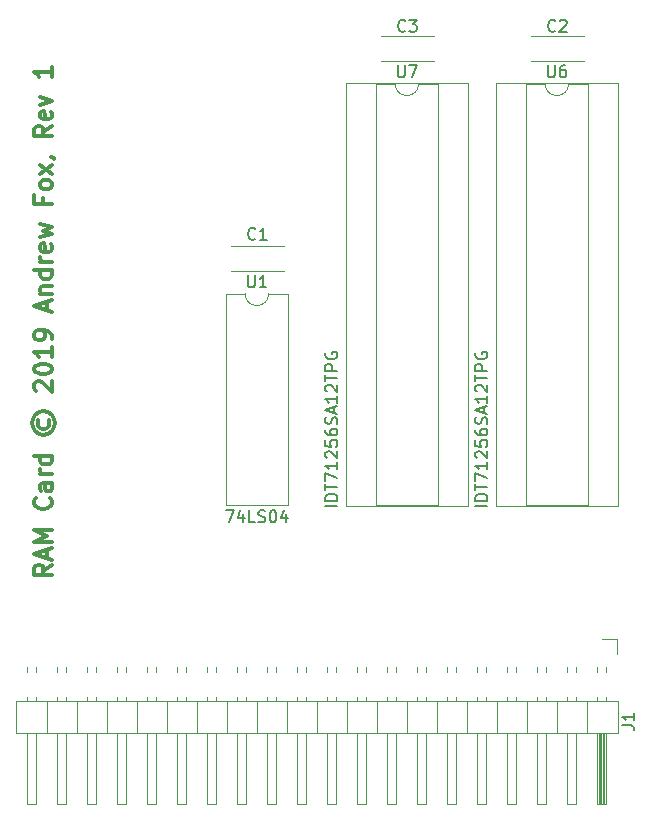
<source format=gbr>
G04 #@! TF.GenerationSoftware,KiCad,Pcbnew,(5.1.0-0)*
G04 #@! TF.CreationDate,2019-10-09T20:03:15-07:00*
G04 #@! TF.ProjectId,RAMCard,52414d43-6172-4642-9e6b-696361645f70,rev?*
G04 #@! TF.SameCoordinates,Original*
G04 #@! TF.FileFunction,Legend,Top*
G04 #@! TF.FilePolarity,Positive*
%FSLAX46Y46*%
G04 Gerber Fmt 4.6, Leading zero omitted, Abs format (unit mm)*
G04 Created by KiCad (PCBNEW (5.1.0-0)) date 2019-10-09 20:03:15*
%MOMM*%
%LPD*%
G04 APERTURE LIST*
%ADD10C,0.300000*%
%ADD11C,0.120000*%
%ADD12C,0.150000*%
G04 APERTURE END LIST*
D10*
X103294571Y-100363142D02*
X102580285Y-100863142D01*
X103294571Y-101220285D02*
X101794571Y-101220285D01*
X101794571Y-100648857D01*
X101866000Y-100506000D01*
X101937428Y-100434571D01*
X102080285Y-100363142D01*
X102294571Y-100363142D01*
X102437428Y-100434571D01*
X102508857Y-100506000D01*
X102580285Y-100648857D01*
X102580285Y-101220285D01*
X102866000Y-99791714D02*
X102866000Y-99077428D01*
X103294571Y-99934571D02*
X101794571Y-99434571D01*
X103294571Y-98934571D01*
X103294571Y-98434571D02*
X101794571Y-98434571D01*
X102866000Y-97934571D01*
X101794571Y-97434571D01*
X103294571Y-97434571D01*
X103151714Y-94720285D02*
X103223142Y-94791714D01*
X103294571Y-95006000D01*
X103294571Y-95148857D01*
X103223142Y-95363142D01*
X103080285Y-95506000D01*
X102937428Y-95577428D01*
X102651714Y-95648857D01*
X102437428Y-95648857D01*
X102151714Y-95577428D01*
X102008857Y-95506000D01*
X101866000Y-95363142D01*
X101794571Y-95148857D01*
X101794571Y-95006000D01*
X101866000Y-94791714D01*
X101937428Y-94720285D01*
X103294571Y-93434571D02*
X102508857Y-93434571D01*
X102366000Y-93506000D01*
X102294571Y-93648857D01*
X102294571Y-93934571D01*
X102366000Y-94077428D01*
X103223142Y-93434571D02*
X103294571Y-93577428D01*
X103294571Y-93934571D01*
X103223142Y-94077428D01*
X103080285Y-94148857D01*
X102937428Y-94148857D01*
X102794571Y-94077428D01*
X102723142Y-93934571D01*
X102723142Y-93577428D01*
X102651714Y-93434571D01*
X103294571Y-92720285D02*
X102294571Y-92720285D01*
X102580285Y-92720285D02*
X102437428Y-92648857D01*
X102366000Y-92577428D01*
X102294571Y-92434571D01*
X102294571Y-92291714D01*
X103294571Y-91148857D02*
X101794571Y-91148857D01*
X103223142Y-91148857D02*
X103294571Y-91291714D01*
X103294571Y-91577428D01*
X103223142Y-91720285D01*
X103151714Y-91791714D01*
X103008857Y-91863142D01*
X102580285Y-91863142D01*
X102437428Y-91791714D01*
X102366000Y-91720285D01*
X102294571Y-91577428D01*
X102294571Y-91291714D01*
X102366000Y-91148857D01*
X102151714Y-88077428D02*
X102080285Y-88220285D01*
X102080285Y-88506000D01*
X102151714Y-88648857D01*
X102294571Y-88791714D01*
X102437428Y-88863142D01*
X102723142Y-88863142D01*
X102866000Y-88791714D01*
X103008857Y-88648857D01*
X103080285Y-88506000D01*
X103080285Y-88220285D01*
X103008857Y-88077428D01*
X101580285Y-88363142D02*
X101651714Y-88720285D01*
X101866000Y-89077428D01*
X102223142Y-89291714D01*
X102580285Y-89363142D01*
X102937428Y-89291714D01*
X103294571Y-89077428D01*
X103508857Y-88720285D01*
X103580285Y-88363142D01*
X103508857Y-88006000D01*
X103294571Y-87648857D01*
X102937428Y-87434571D01*
X102580285Y-87363142D01*
X102223142Y-87434571D01*
X101866000Y-87648857D01*
X101651714Y-88006000D01*
X101580285Y-88363142D01*
X101937428Y-85648857D02*
X101866000Y-85577428D01*
X101794571Y-85434571D01*
X101794571Y-85077428D01*
X101866000Y-84934571D01*
X101937428Y-84863142D01*
X102080285Y-84791714D01*
X102223142Y-84791714D01*
X102437428Y-84863142D01*
X103294571Y-85720285D01*
X103294571Y-84791714D01*
X101794571Y-83863142D02*
X101794571Y-83720285D01*
X101866000Y-83577428D01*
X101937428Y-83506000D01*
X102080285Y-83434571D01*
X102366000Y-83363142D01*
X102723142Y-83363142D01*
X103008857Y-83434571D01*
X103151714Y-83506000D01*
X103223142Y-83577428D01*
X103294571Y-83720285D01*
X103294571Y-83863142D01*
X103223142Y-84006000D01*
X103151714Y-84077428D01*
X103008857Y-84148857D01*
X102723142Y-84220285D01*
X102366000Y-84220285D01*
X102080285Y-84148857D01*
X101937428Y-84077428D01*
X101866000Y-84006000D01*
X101794571Y-83863142D01*
X103294571Y-81934571D02*
X103294571Y-82791714D01*
X103294571Y-82363142D02*
X101794571Y-82363142D01*
X102008857Y-82506000D01*
X102151714Y-82648857D01*
X102223142Y-82791714D01*
X103294571Y-81220285D02*
X103294571Y-80934571D01*
X103223142Y-80791714D01*
X103151714Y-80720285D01*
X102937428Y-80577428D01*
X102651714Y-80506000D01*
X102080285Y-80506000D01*
X101937428Y-80577428D01*
X101866000Y-80648857D01*
X101794571Y-80791714D01*
X101794571Y-81077428D01*
X101866000Y-81220285D01*
X101937428Y-81291714D01*
X102080285Y-81363142D01*
X102437428Y-81363142D01*
X102580285Y-81291714D01*
X102651714Y-81220285D01*
X102723142Y-81077428D01*
X102723142Y-80791714D01*
X102651714Y-80648857D01*
X102580285Y-80577428D01*
X102437428Y-80506000D01*
X102866000Y-78791714D02*
X102866000Y-78077428D01*
X103294571Y-78934571D02*
X101794571Y-78434571D01*
X103294571Y-77934571D01*
X102294571Y-77434571D02*
X103294571Y-77434571D01*
X102437428Y-77434571D02*
X102366000Y-77363142D01*
X102294571Y-77220285D01*
X102294571Y-77006000D01*
X102366000Y-76863142D01*
X102508857Y-76791714D01*
X103294571Y-76791714D01*
X103294571Y-75434571D02*
X101794571Y-75434571D01*
X103223142Y-75434571D02*
X103294571Y-75577428D01*
X103294571Y-75863142D01*
X103223142Y-76006000D01*
X103151714Y-76077428D01*
X103008857Y-76148857D01*
X102580285Y-76148857D01*
X102437428Y-76077428D01*
X102366000Y-76006000D01*
X102294571Y-75863142D01*
X102294571Y-75577428D01*
X102366000Y-75434571D01*
X103294571Y-74720285D02*
X102294571Y-74720285D01*
X102580285Y-74720285D02*
X102437428Y-74648857D01*
X102366000Y-74577428D01*
X102294571Y-74434571D01*
X102294571Y-74291714D01*
X103223142Y-73220285D02*
X103294571Y-73363142D01*
X103294571Y-73648857D01*
X103223142Y-73791714D01*
X103080285Y-73863142D01*
X102508857Y-73863142D01*
X102366000Y-73791714D01*
X102294571Y-73648857D01*
X102294571Y-73363142D01*
X102366000Y-73220285D01*
X102508857Y-73148857D01*
X102651714Y-73148857D01*
X102794571Y-73863142D01*
X102294571Y-72648857D02*
X103294571Y-72363142D01*
X102580285Y-72077428D01*
X103294571Y-71791714D01*
X102294571Y-71506000D01*
X102508857Y-69291714D02*
X102508857Y-69791714D01*
X103294571Y-69791714D02*
X101794571Y-69791714D01*
X101794571Y-69077428D01*
X103294571Y-68291714D02*
X103223142Y-68434571D01*
X103151714Y-68506000D01*
X103008857Y-68577428D01*
X102580285Y-68577428D01*
X102437428Y-68506000D01*
X102366000Y-68434571D01*
X102294571Y-68291714D01*
X102294571Y-68077428D01*
X102366000Y-67934571D01*
X102437428Y-67863142D01*
X102580285Y-67791714D01*
X103008857Y-67791714D01*
X103151714Y-67863142D01*
X103223142Y-67934571D01*
X103294571Y-68077428D01*
X103294571Y-68291714D01*
X103294571Y-67291714D02*
X102294571Y-66506000D01*
X102294571Y-67291714D02*
X103294571Y-66506000D01*
X103223142Y-65863142D02*
X103294571Y-65863142D01*
X103437428Y-65934571D01*
X103508857Y-66006000D01*
X103294571Y-63220285D02*
X102580285Y-63720285D01*
X103294571Y-64077428D02*
X101794571Y-64077428D01*
X101794571Y-63506000D01*
X101866000Y-63363142D01*
X101937428Y-63291714D01*
X102080285Y-63220285D01*
X102294571Y-63220285D01*
X102437428Y-63291714D01*
X102508857Y-63363142D01*
X102580285Y-63506000D01*
X102580285Y-64077428D01*
X103223142Y-62006000D02*
X103294571Y-62148857D01*
X103294571Y-62434571D01*
X103223142Y-62577428D01*
X103080285Y-62648857D01*
X102508857Y-62648857D01*
X102366000Y-62577428D01*
X102294571Y-62434571D01*
X102294571Y-62148857D01*
X102366000Y-62006000D01*
X102508857Y-61934571D01*
X102651714Y-61934571D01*
X102794571Y-62648857D01*
X102294571Y-61434571D02*
X103294571Y-61077428D01*
X102294571Y-60720285D01*
X103294571Y-58220285D02*
X103294571Y-59077428D01*
X103294571Y-58648857D02*
X101794571Y-58648857D01*
X102008857Y-58791714D01*
X102151714Y-58934571D01*
X102223142Y-59077428D01*
D11*
X151130000Y-106680000D02*
X151130000Y-107950000D01*
X149860000Y-106680000D02*
X151130000Y-106680000D01*
X101220000Y-108992929D02*
X101220000Y-109447071D01*
X101980000Y-108992929D02*
X101980000Y-109447071D01*
X101220000Y-111532929D02*
X101220000Y-111930000D01*
X101980000Y-111532929D02*
X101980000Y-111930000D01*
X101220000Y-120590000D02*
X101220000Y-114590000D01*
X101980000Y-120590000D02*
X101220000Y-120590000D01*
X101980000Y-114590000D02*
X101980000Y-120590000D01*
X102870000Y-111930000D02*
X102870000Y-114590000D01*
X103760000Y-108992929D02*
X103760000Y-109447071D01*
X104520000Y-108992929D02*
X104520000Y-109447071D01*
X103760000Y-111532929D02*
X103760000Y-111930000D01*
X104520000Y-111532929D02*
X104520000Y-111930000D01*
X103760000Y-120590000D02*
X103760000Y-114590000D01*
X104520000Y-120590000D02*
X103760000Y-120590000D01*
X104520000Y-114590000D02*
X104520000Y-120590000D01*
X105410000Y-111930000D02*
X105410000Y-114590000D01*
X106300000Y-108992929D02*
X106300000Y-109447071D01*
X107060000Y-108992929D02*
X107060000Y-109447071D01*
X106300000Y-111532929D02*
X106300000Y-111930000D01*
X107060000Y-111532929D02*
X107060000Y-111930000D01*
X106300000Y-120590000D02*
X106300000Y-114590000D01*
X107060000Y-120590000D02*
X106300000Y-120590000D01*
X107060000Y-114590000D02*
X107060000Y-120590000D01*
X107950000Y-111930000D02*
X107950000Y-114590000D01*
X108840000Y-108992929D02*
X108840000Y-109447071D01*
X109600000Y-108992929D02*
X109600000Y-109447071D01*
X108840000Y-111532929D02*
X108840000Y-111930000D01*
X109600000Y-111532929D02*
X109600000Y-111930000D01*
X108840000Y-120590000D02*
X108840000Y-114590000D01*
X109600000Y-120590000D02*
X108840000Y-120590000D01*
X109600000Y-114590000D02*
X109600000Y-120590000D01*
X110490000Y-111930000D02*
X110490000Y-114590000D01*
X111380000Y-108992929D02*
X111380000Y-109447071D01*
X112140000Y-108992929D02*
X112140000Y-109447071D01*
X111380000Y-111532929D02*
X111380000Y-111930000D01*
X112140000Y-111532929D02*
X112140000Y-111930000D01*
X111380000Y-120590000D02*
X111380000Y-114590000D01*
X112140000Y-120590000D02*
X111380000Y-120590000D01*
X112140000Y-114590000D02*
X112140000Y-120590000D01*
X113030000Y-111930000D02*
X113030000Y-114590000D01*
X113920000Y-108992929D02*
X113920000Y-109447071D01*
X114680000Y-108992929D02*
X114680000Y-109447071D01*
X113920000Y-111532929D02*
X113920000Y-111930000D01*
X114680000Y-111532929D02*
X114680000Y-111930000D01*
X113920000Y-120590000D02*
X113920000Y-114590000D01*
X114680000Y-120590000D02*
X113920000Y-120590000D01*
X114680000Y-114590000D02*
X114680000Y-120590000D01*
X115570000Y-111930000D02*
X115570000Y-114590000D01*
X116460000Y-108992929D02*
X116460000Y-109447071D01*
X117220000Y-108992929D02*
X117220000Y-109447071D01*
X116460000Y-111532929D02*
X116460000Y-111930000D01*
X117220000Y-111532929D02*
X117220000Y-111930000D01*
X116460000Y-120590000D02*
X116460000Y-114590000D01*
X117220000Y-120590000D02*
X116460000Y-120590000D01*
X117220000Y-114590000D02*
X117220000Y-120590000D01*
X118110000Y-111930000D02*
X118110000Y-114590000D01*
X119000000Y-108992929D02*
X119000000Y-109447071D01*
X119760000Y-108992929D02*
X119760000Y-109447071D01*
X119000000Y-111532929D02*
X119000000Y-111930000D01*
X119760000Y-111532929D02*
X119760000Y-111930000D01*
X119000000Y-120590000D02*
X119000000Y-114590000D01*
X119760000Y-120590000D02*
X119000000Y-120590000D01*
X119760000Y-114590000D02*
X119760000Y-120590000D01*
X120650000Y-111930000D02*
X120650000Y-114590000D01*
X121540000Y-108992929D02*
X121540000Y-109447071D01*
X122300000Y-108992929D02*
X122300000Y-109447071D01*
X121540000Y-111532929D02*
X121540000Y-111930000D01*
X122300000Y-111532929D02*
X122300000Y-111930000D01*
X121540000Y-120590000D02*
X121540000Y-114590000D01*
X122300000Y-120590000D02*
X121540000Y-120590000D01*
X122300000Y-114590000D02*
X122300000Y-120590000D01*
X123190000Y-111930000D02*
X123190000Y-114590000D01*
X124080000Y-108992929D02*
X124080000Y-109447071D01*
X124840000Y-108992929D02*
X124840000Y-109447071D01*
X124080000Y-111532929D02*
X124080000Y-111930000D01*
X124840000Y-111532929D02*
X124840000Y-111930000D01*
X124080000Y-120590000D02*
X124080000Y-114590000D01*
X124840000Y-120590000D02*
X124080000Y-120590000D01*
X124840000Y-114590000D02*
X124840000Y-120590000D01*
X125730000Y-111930000D02*
X125730000Y-114590000D01*
X126620000Y-108992929D02*
X126620000Y-109447071D01*
X127380000Y-108992929D02*
X127380000Y-109447071D01*
X126620000Y-111532929D02*
X126620000Y-111930000D01*
X127380000Y-111532929D02*
X127380000Y-111930000D01*
X126620000Y-120590000D02*
X126620000Y-114590000D01*
X127380000Y-120590000D02*
X126620000Y-120590000D01*
X127380000Y-114590000D02*
X127380000Y-120590000D01*
X128270000Y-111930000D02*
X128270000Y-114590000D01*
X129160000Y-108992929D02*
X129160000Y-109447071D01*
X129920000Y-108992929D02*
X129920000Y-109447071D01*
X129160000Y-111532929D02*
X129160000Y-111930000D01*
X129920000Y-111532929D02*
X129920000Y-111930000D01*
X129160000Y-120590000D02*
X129160000Y-114590000D01*
X129920000Y-120590000D02*
X129160000Y-120590000D01*
X129920000Y-114590000D02*
X129920000Y-120590000D01*
X130810000Y-111930000D02*
X130810000Y-114590000D01*
X131700000Y-108992929D02*
X131700000Y-109447071D01*
X132460000Y-108992929D02*
X132460000Y-109447071D01*
X131700000Y-111532929D02*
X131700000Y-111930000D01*
X132460000Y-111532929D02*
X132460000Y-111930000D01*
X131700000Y-120590000D02*
X131700000Y-114590000D01*
X132460000Y-120590000D02*
X131700000Y-120590000D01*
X132460000Y-114590000D02*
X132460000Y-120590000D01*
X133350000Y-111930000D02*
X133350000Y-114590000D01*
X134240000Y-108992929D02*
X134240000Y-109447071D01*
X135000000Y-108992929D02*
X135000000Y-109447071D01*
X134240000Y-111532929D02*
X134240000Y-111930000D01*
X135000000Y-111532929D02*
X135000000Y-111930000D01*
X134240000Y-120590000D02*
X134240000Y-114590000D01*
X135000000Y-120590000D02*
X134240000Y-120590000D01*
X135000000Y-114590000D02*
X135000000Y-120590000D01*
X135890000Y-111930000D02*
X135890000Y-114590000D01*
X136780000Y-108992929D02*
X136780000Y-109447071D01*
X137540000Y-108992929D02*
X137540000Y-109447071D01*
X136780000Y-111532929D02*
X136780000Y-111930000D01*
X137540000Y-111532929D02*
X137540000Y-111930000D01*
X136780000Y-120590000D02*
X136780000Y-114590000D01*
X137540000Y-120590000D02*
X136780000Y-120590000D01*
X137540000Y-114590000D02*
X137540000Y-120590000D01*
X138430000Y-111930000D02*
X138430000Y-114590000D01*
X139320000Y-108992929D02*
X139320000Y-109447071D01*
X140080000Y-108992929D02*
X140080000Y-109447071D01*
X139320000Y-111532929D02*
X139320000Y-111930000D01*
X140080000Y-111532929D02*
X140080000Y-111930000D01*
X139320000Y-120590000D02*
X139320000Y-114590000D01*
X140080000Y-120590000D02*
X139320000Y-120590000D01*
X140080000Y-114590000D02*
X140080000Y-120590000D01*
X140970000Y-111930000D02*
X140970000Y-114590000D01*
X141860000Y-108992929D02*
X141860000Y-109447071D01*
X142620000Y-108992929D02*
X142620000Y-109447071D01*
X141860000Y-111532929D02*
X141860000Y-111930000D01*
X142620000Y-111532929D02*
X142620000Y-111930000D01*
X141860000Y-120590000D02*
X141860000Y-114590000D01*
X142620000Y-120590000D02*
X141860000Y-120590000D01*
X142620000Y-114590000D02*
X142620000Y-120590000D01*
X143510000Y-111930000D02*
X143510000Y-114590000D01*
X144400000Y-108992929D02*
X144400000Y-109447071D01*
X145160000Y-108992929D02*
X145160000Y-109447071D01*
X144400000Y-111532929D02*
X144400000Y-111930000D01*
X145160000Y-111532929D02*
X145160000Y-111930000D01*
X144400000Y-120590000D02*
X144400000Y-114590000D01*
X145160000Y-120590000D02*
X144400000Y-120590000D01*
X145160000Y-114590000D02*
X145160000Y-120590000D01*
X146050000Y-111930000D02*
X146050000Y-114590000D01*
X146940000Y-108992929D02*
X146940000Y-109447071D01*
X147700000Y-108992929D02*
X147700000Y-109447071D01*
X146940000Y-111532929D02*
X146940000Y-111930000D01*
X147700000Y-111532929D02*
X147700000Y-111930000D01*
X146940000Y-120590000D02*
X146940000Y-114590000D01*
X147700000Y-120590000D02*
X146940000Y-120590000D01*
X147700000Y-114590000D02*
X147700000Y-120590000D01*
X148590000Y-111930000D02*
X148590000Y-114590000D01*
X149480000Y-109060000D02*
X149480000Y-109447071D01*
X150240000Y-109060000D02*
X150240000Y-109447071D01*
X149480000Y-111532929D02*
X149480000Y-111930000D01*
X150240000Y-111532929D02*
X150240000Y-111930000D01*
X149580000Y-114590000D02*
X149580000Y-120590000D01*
X149700000Y-114590000D02*
X149700000Y-120590000D01*
X149820000Y-114590000D02*
X149820000Y-120590000D01*
X149940000Y-114590000D02*
X149940000Y-120590000D01*
X150060000Y-114590000D02*
X150060000Y-120590000D01*
X150180000Y-114590000D02*
X150180000Y-120590000D01*
X149480000Y-120590000D02*
X149480000Y-114590000D01*
X150240000Y-120590000D02*
X149480000Y-120590000D01*
X150240000Y-114590000D02*
X150240000Y-120590000D01*
X151190000Y-114590000D02*
X151190000Y-111930000D01*
X100270000Y-114590000D02*
X151190000Y-114590000D01*
X100270000Y-111930000D02*
X100270000Y-114590000D01*
X151190000Y-111930000D02*
X100270000Y-111930000D01*
X118420000Y-73367000D02*
X118420000Y-73352000D01*
X118420000Y-75492000D02*
X118420000Y-75477000D01*
X122960000Y-73367000D02*
X122960000Y-73352000D01*
X122960000Y-75492000D02*
X122960000Y-75477000D01*
X122960000Y-73352000D02*
X118420000Y-73352000D01*
X122960000Y-75492000D02*
X118420000Y-75492000D01*
X151190000Y-59570000D02*
X140910000Y-59570000D01*
X151190000Y-95370000D02*
X151190000Y-59570000D01*
X140910000Y-95370000D02*
X151190000Y-95370000D01*
X140910000Y-59570000D02*
X140910000Y-95370000D01*
X148700000Y-59630000D02*
X147050000Y-59630000D01*
X148700000Y-95310000D02*
X148700000Y-59630000D01*
X143400000Y-95310000D02*
X148700000Y-95310000D01*
X143400000Y-59630000D02*
X143400000Y-95310000D01*
X145050000Y-59630000D02*
X143400000Y-59630000D01*
X147050000Y-59630000D02*
G75*
G02X145050000Y-59630000I-1000000J0D01*
G01*
X121650000Y-77410000D02*
G75*
G02X119650000Y-77410000I-1000000J0D01*
G01*
X119650000Y-77410000D02*
X118000000Y-77410000D01*
X118000000Y-77410000D02*
X118000000Y-95310000D01*
X118000000Y-95310000D02*
X123300000Y-95310000D01*
X123300000Y-95310000D02*
X123300000Y-77410000D01*
X123300000Y-77410000D02*
X121650000Y-77410000D01*
X138490000Y-59570000D02*
X128210000Y-59570000D01*
X138490000Y-95370000D02*
X138490000Y-59570000D01*
X128210000Y-95370000D02*
X138490000Y-95370000D01*
X128210000Y-59570000D02*
X128210000Y-95370000D01*
X136000000Y-59630000D02*
X134350000Y-59630000D01*
X136000000Y-95310000D02*
X136000000Y-59630000D01*
X130700000Y-95310000D02*
X136000000Y-95310000D01*
X130700000Y-59630000D02*
X130700000Y-95310000D01*
X132350000Y-59630000D02*
X130700000Y-59630000D01*
X134350000Y-59630000D02*
G75*
G02X132350000Y-59630000I-1000000J0D01*
G01*
X131120000Y-55587000D02*
X131120000Y-55572000D01*
X131120000Y-57712000D02*
X131120000Y-57697000D01*
X135660000Y-55587000D02*
X135660000Y-55572000D01*
X135660000Y-57712000D02*
X135660000Y-57697000D01*
X135660000Y-55572000D02*
X131120000Y-55572000D01*
X135660000Y-57712000D02*
X131120000Y-57712000D01*
X143820000Y-55587000D02*
X143820000Y-55572000D01*
X143820000Y-57712000D02*
X143820000Y-57697000D01*
X148360000Y-55587000D02*
X148360000Y-55572000D01*
X148360000Y-57712000D02*
X148360000Y-57697000D01*
X148360000Y-55572000D02*
X143820000Y-55572000D01*
X148360000Y-57712000D02*
X143820000Y-57712000D01*
D12*
X151582380Y-113938333D02*
X152296666Y-113938333D01*
X152439523Y-113985952D01*
X152534761Y-114081190D01*
X152582380Y-114224047D01*
X152582380Y-114319285D01*
X152582380Y-112938333D02*
X152582380Y-113509761D01*
X152582380Y-113224047D02*
X151582380Y-113224047D01*
X151725238Y-113319285D01*
X151820476Y-113414523D01*
X151868095Y-113509761D01*
X120523333Y-72747142D02*
X120475714Y-72794761D01*
X120332857Y-72842380D01*
X120237619Y-72842380D01*
X120094761Y-72794761D01*
X119999523Y-72699523D01*
X119951904Y-72604285D01*
X119904285Y-72413809D01*
X119904285Y-72270952D01*
X119951904Y-72080476D01*
X119999523Y-71985238D01*
X120094761Y-71890000D01*
X120237619Y-71842380D01*
X120332857Y-71842380D01*
X120475714Y-71890000D01*
X120523333Y-71937619D01*
X121475714Y-72842380D02*
X120904285Y-72842380D01*
X121190000Y-72842380D02*
X121190000Y-71842380D01*
X121094761Y-71985238D01*
X120999523Y-72080476D01*
X120904285Y-72128095D01*
X145288095Y-58082380D02*
X145288095Y-58891904D01*
X145335714Y-58987142D01*
X145383333Y-59034761D01*
X145478571Y-59082380D01*
X145669047Y-59082380D01*
X145764285Y-59034761D01*
X145811904Y-58987142D01*
X145859523Y-58891904D01*
X145859523Y-58082380D01*
X146764285Y-58082380D02*
X146573809Y-58082380D01*
X146478571Y-58130000D01*
X146430952Y-58177619D01*
X146335714Y-58320476D01*
X146288095Y-58510952D01*
X146288095Y-58891904D01*
X146335714Y-58987142D01*
X146383333Y-59034761D01*
X146478571Y-59082380D01*
X146669047Y-59082380D01*
X146764285Y-59034761D01*
X146811904Y-58987142D01*
X146859523Y-58891904D01*
X146859523Y-58653809D01*
X146811904Y-58558571D01*
X146764285Y-58510952D01*
X146669047Y-58463333D01*
X146478571Y-58463333D01*
X146383333Y-58510952D01*
X146335714Y-58558571D01*
X146288095Y-58653809D01*
X140152380Y-95400000D02*
X139152380Y-95400000D01*
X140152380Y-94923809D02*
X139152380Y-94923809D01*
X139152380Y-94685714D01*
X139200000Y-94542857D01*
X139295238Y-94447619D01*
X139390476Y-94400000D01*
X139580952Y-94352380D01*
X139723809Y-94352380D01*
X139914285Y-94400000D01*
X140009523Y-94447619D01*
X140104761Y-94542857D01*
X140152380Y-94685714D01*
X140152380Y-94923809D01*
X139152380Y-94066666D02*
X139152380Y-93495238D01*
X140152380Y-93780952D02*
X139152380Y-93780952D01*
X139152380Y-93257142D02*
X139152380Y-92590476D01*
X140152380Y-93019047D01*
X140152380Y-91685714D02*
X140152380Y-92257142D01*
X140152380Y-91971428D02*
X139152380Y-91971428D01*
X139295238Y-92066666D01*
X139390476Y-92161904D01*
X139438095Y-92257142D01*
X139247619Y-91304761D02*
X139200000Y-91257142D01*
X139152380Y-91161904D01*
X139152380Y-90923809D01*
X139200000Y-90828571D01*
X139247619Y-90780952D01*
X139342857Y-90733333D01*
X139438095Y-90733333D01*
X139580952Y-90780952D01*
X140152380Y-91352380D01*
X140152380Y-90733333D01*
X139152380Y-89828571D02*
X139152380Y-90304761D01*
X139628571Y-90352380D01*
X139580952Y-90304761D01*
X139533333Y-90209523D01*
X139533333Y-89971428D01*
X139580952Y-89876190D01*
X139628571Y-89828571D01*
X139723809Y-89780952D01*
X139961904Y-89780952D01*
X140057142Y-89828571D01*
X140104761Y-89876190D01*
X140152380Y-89971428D01*
X140152380Y-90209523D01*
X140104761Y-90304761D01*
X140057142Y-90352380D01*
X139152380Y-88923809D02*
X139152380Y-89114285D01*
X139200000Y-89209523D01*
X139247619Y-89257142D01*
X139390476Y-89352380D01*
X139580952Y-89400000D01*
X139961904Y-89400000D01*
X140057142Y-89352380D01*
X140104761Y-89304761D01*
X140152380Y-89209523D01*
X140152380Y-89019047D01*
X140104761Y-88923809D01*
X140057142Y-88876190D01*
X139961904Y-88828571D01*
X139723809Y-88828571D01*
X139628571Y-88876190D01*
X139580952Y-88923809D01*
X139533333Y-89019047D01*
X139533333Y-89209523D01*
X139580952Y-89304761D01*
X139628571Y-89352380D01*
X139723809Y-89400000D01*
X140104761Y-88447619D02*
X140152380Y-88304761D01*
X140152380Y-88066666D01*
X140104761Y-87971428D01*
X140057142Y-87923809D01*
X139961904Y-87876190D01*
X139866666Y-87876190D01*
X139771428Y-87923809D01*
X139723809Y-87971428D01*
X139676190Y-88066666D01*
X139628571Y-88257142D01*
X139580952Y-88352380D01*
X139533333Y-88400000D01*
X139438095Y-88447619D01*
X139342857Y-88447619D01*
X139247619Y-88400000D01*
X139200000Y-88352380D01*
X139152380Y-88257142D01*
X139152380Y-88019047D01*
X139200000Y-87876190D01*
X139866666Y-87495238D02*
X139866666Y-87019047D01*
X140152380Y-87590476D02*
X139152380Y-87257142D01*
X140152380Y-86923809D01*
X140152380Y-86066666D02*
X140152380Y-86638095D01*
X140152380Y-86352380D02*
X139152380Y-86352380D01*
X139295238Y-86447619D01*
X139390476Y-86542857D01*
X139438095Y-86638095D01*
X139247619Y-85685714D02*
X139200000Y-85638095D01*
X139152380Y-85542857D01*
X139152380Y-85304761D01*
X139200000Y-85209523D01*
X139247619Y-85161904D01*
X139342857Y-85114285D01*
X139438095Y-85114285D01*
X139580952Y-85161904D01*
X140152380Y-85733333D01*
X140152380Y-85114285D01*
X139152380Y-84828571D02*
X139152380Y-84257142D01*
X140152380Y-84542857D02*
X139152380Y-84542857D01*
X140152380Y-83923809D02*
X139152380Y-83923809D01*
X139152380Y-83542857D01*
X139200000Y-83447619D01*
X139247619Y-83400000D01*
X139342857Y-83352380D01*
X139485714Y-83352380D01*
X139580952Y-83400000D01*
X139628571Y-83447619D01*
X139676190Y-83542857D01*
X139676190Y-83923809D01*
X139200000Y-82400000D02*
X139152380Y-82495238D01*
X139152380Y-82638095D01*
X139200000Y-82780952D01*
X139295238Y-82876190D01*
X139390476Y-82923809D01*
X139580952Y-82971428D01*
X139723809Y-82971428D01*
X139914285Y-82923809D01*
X140009523Y-82876190D01*
X140104761Y-82780952D01*
X140152380Y-82638095D01*
X140152380Y-82542857D01*
X140104761Y-82400000D01*
X140057142Y-82352380D01*
X139723809Y-82352380D01*
X139723809Y-82542857D01*
X119888095Y-75862380D02*
X119888095Y-76671904D01*
X119935714Y-76767142D01*
X119983333Y-76814761D01*
X120078571Y-76862380D01*
X120269047Y-76862380D01*
X120364285Y-76814761D01*
X120411904Y-76767142D01*
X120459523Y-76671904D01*
X120459523Y-75862380D01*
X121459523Y-76862380D02*
X120888095Y-76862380D01*
X121173809Y-76862380D02*
X121173809Y-75862380D01*
X121078571Y-76005238D01*
X120983333Y-76100476D01*
X120888095Y-76148095D01*
X118007142Y-95762380D02*
X118673809Y-95762380D01*
X118245238Y-96762380D01*
X119483333Y-96095714D02*
X119483333Y-96762380D01*
X119245238Y-95714761D02*
X119007142Y-96429047D01*
X119626190Y-96429047D01*
X120483333Y-96762380D02*
X120007142Y-96762380D01*
X120007142Y-95762380D01*
X120769047Y-96714761D02*
X120911904Y-96762380D01*
X121150000Y-96762380D01*
X121245238Y-96714761D01*
X121292857Y-96667142D01*
X121340476Y-96571904D01*
X121340476Y-96476666D01*
X121292857Y-96381428D01*
X121245238Y-96333809D01*
X121150000Y-96286190D01*
X120959523Y-96238571D01*
X120864285Y-96190952D01*
X120816666Y-96143333D01*
X120769047Y-96048095D01*
X120769047Y-95952857D01*
X120816666Y-95857619D01*
X120864285Y-95810000D01*
X120959523Y-95762380D01*
X121197619Y-95762380D01*
X121340476Y-95810000D01*
X121959523Y-95762380D02*
X122054761Y-95762380D01*
X122150000Y-95810000D01*
X122197619Y-95857619D01*
X122245238Y-95952857D01*
X122292857Y-96143333D01*
X122292857Y-96381428D01*
X122245238Y-96571904D01*
X122197619Y-96667142D01*
X122150000Y-96714761D01*
X122054761Y-96762380D01*
X121959523Y-96762380D01*
X121864285Y-96714761D01*
X121816666Y-96667142D01*
X121769047Y-96571904D01*
X121721428Y-96381428D01*
X121721428Y-96143333D01*
X121769047Y-95952857D01*
X121816666Y-95857619D01*
X121864285Y-95810000D01*
X121959523Y-95762380D01*
X123150000Y-96095714D02*
X123150000Y-96762380D01*
X122911904Y-95714761D02*
X122673809Y-96429047D01*
X123292857Y-96429047D01*
X132588095Y-58082380D02*
X132588095Y-58891904D01*
X132635714Y-58987142D01*
X132683333Y-59034761D01*
X132778571Y-59082380D01*
X132969047Y-59082380D01*
X133064285Y-59034761D01*
X133111904Y-58987142D01*
X133159523Y-58891904D01*
X133159523Y-58082380D01*
X133540476Y-58082380D02*
X134207142Y-58082380D01*
X133778571Y-59082380D01*
X127452380Y-95400000D02*
X126452380Y-95400000D01*
X127452380Y-94923809D02*
X126452380Y-94923809D01*
X126452380Y-94685714D01*
X126500000Y-94542857D01*
X126595238Y-94447619D01*
X126690476Y-94400000D01*
X126880952Y-94352380D01*
X127023809Y-94352380D01*
X127214285Y-94400000D01*
X127309523Y-94447619D01*
X127404761Y-94542857D01*
X127452380Y-94685714D01*
X127452380Y-94923809D01*
X126452380Y-94066666D02*
X126452380Y-93495238D01*
X127452380Y-93780952D02*
X126452380Y-93780952D01*
X126452380Y-93257142D02*
X126452380Y-92590476D01*
X127452380Y-93019047D01*
X127452380Y-91685714D02*
X127452380Y-92257142D01*
X127452380Y-91971428D02*
X126452380Y-91971428D01*
X126595238Y-92066666D01*
X126690476Y-92161904D01*
X126738095Y-92257142D01*
X126547619Y-91304761D02*
X126500000Y-91257142D01*
X126452380Y-91161904D01*
X126452380Y-90923809D01*
X126500000Y-90828571D01*
X126547619Y-90780952D01*
X126642857Y-90733333D01*
X126738095Y-90733333D01*
X126880952Y-90780952D01*
X127452380Y-91352380D01*
X127452380Y-90733333D01*
X126452380Y-89828571D02*
X126452380Y-90304761D01*
X126928571Y-90352380D01*
X126880952Y-90304761D01*
X126833333Y-90209523D01*
X126833333Y-89971428D01*
X126880952Y-89876190D01*
X126928571Y-89828571D01*
X127023809Y-89780952D01*
X127261904Y-89780952D01*
X127357142Y-89828571D01*
X127404761Y-89876190D01*
X127452380Y-89971428D01*
X127452380Y-90209523D01*
X127404761Y-90304761D01*
X127357142Y-90352380D01*
X126452380Y-88923809D02*
X126452380Y-89114285D01*
X126500000Y-89209523D01*
X126547619Y-89257142D01*
X126690476Y-89352380D01*
X126880952Y-89400000D01*
X127261904Y-89400000D01*
X127357142Y-89352380D01*
X127404761Y-89304761D01*
X127452380Y-89209523D01*
X127452380Y-89019047D01*
X127404761Y-88923809D01*
X127357142Y-88876190D01*
X127261904Y-88828571D01*
X127023809Y-88828571D01*
X126928571Y-88876190D01*
X126880952Y-88923809D01*
X126833333Y-89019047D01*
X126833333Y-89209523D01*
X126880952Y-89304761D01*
X126928571Y-89352380D01*
X127023809Y-89400000D01*
X127404761Y-88447619D02*
X127452380Y-88304761D01*
X127452380Y-88066666D01*
X127404761Y-87971428D01*
X127357142Y-87923809D01*
X127261904Y-87876190D01*
X127166666Y-87876190D01*
X127071428Y-87923809D01*
X127023809Y-87971428D01*
X126976190Y-88066666D01*
X126928571Y-88257142D01*
X126880952Y-88352380D01*
X126833333Y-88400000D01*
X126738095Y-88447619D01*
X126642857Y-88447619D01*
X126547619Y-88400000D01*
X126500000Y-88352380D01*
X126452380Y-88257142D01*
X126452380Y-88019047D01*
X126500000Y-87876190D01*
X127166666Y-87495238D02*
X127166666Y-87019047D01*
X127452380Y-87590476D02*
X126452380Y-87257142D01*
X127452380Y-86923809D01*
X127452380Y-86066666D02*
X127452380Y-86638095D01*
X127452380Y-86352380D02*
X126452380Y-86352380D01*
X126595238Y-86447619D01*
X126690476Y-86542857D01*
X126738095Y-86638095D01*
X126547619Y-85685714D02*
X126500000Y-85638095D01*
X126452380Y-85542857D01*
X126452380Y-85304761D01*
X126500000Y-85209523D01*
X126547619Y-85161904D01*
X126642857Y-85114285D01*
X126738095Y-85114285D01*
X126880952Y-85161904D01*
X127452380Y-85733333D01*
X127452380Y-85114285D01*
X126452380Y-84828571D02*
X126452380Y-84257142D01*
X127452380Y-84542857D02*
X126452380Y-84542857D01*
X127452380Y-83923809D02*
X126452380Y-83923809D01*
X126452380Y-83542857D01*
X126500000Y-83447619D01*
X126547619Y-83400000D01*
X126642857Y-83352380D01*
X126785714Y-83352380D01*
X126880952Y-83400000D01*
X126928571Y-83447619D01*
X126976190Y-83542857D01*
X126976190Y-83923809D01*
X126500000Y-82400000D02*
X126452380Y-82495238D01*
X126452380Y-82638095D01*
X126500000Y-82780952D01*
X126595238Y-82876190D01*
X126690476Y-82923809D01*
X126880952Y-82971428D01*
X127023809Y-82971428D01*
X127214285Y-82923809D01*
X127309523Y-82876190D01*
X127404761Y-82780952D01*
X127452380Y-82638095D01*
X127452380Y-82542857D01*
X127404761Y-82400000D01*
X127357142Y-82352380D01*
X127023809Y-82352380D01*
X127023809Y-82542857D01*
X133223333Y-55135142D02*
X133175714Y-55182761D01*
X133032857Y-55230380D01*
X132937619Y-55230380D01*
X132794761Y-55182761D01*
X132699523Y-55087523D01*
X132651904Y-54992285D01*
X132604285Y-54801809D01*
X132604285Y-54658952D01*
X132651904Y-54468476D01*
X132699523Y-54373238D01*
X132794761Y-54278000D01*
X132937619Y-54230380D01*
X133032857Y-54230380D01*
X133175714Y-54278000D01*
X133223333Y-54325619D01*
X133556666Y-54230380D02*
X134175714Y-54230380D01*
X133842380Y-54611333D01*
X133985238Y-54611333D01*
X134080476Y-54658952D01*
X134128095Y-54706571D01*
X134175714Y-54801809D01*
X134175714Y-55039904D01*
X134128095Y-55135142D01*
X134080476Y-55182761D01*
X133985238Y-55230380D01*
X133699523Y-55230380D01*
X133604285Y-55182761D01*
X133556666Y-55135142D01*
X145923333Y-55135142D02*
X145875714Y-55182761D01*
X145732857Y-55230380D01*
X145637619Y-55230380D01*
X145494761Y-55182761D01*
X145399523Y-55087523D01*
X145351904Y-54992285D01*
X145304285Y-54801809D01*
X145304285Y-54658952D01*
X145351904Y-54468476D01*
X145399523Y-54373238D01*
X145494761Y-54278000D01*
X145637619Y-54230380D01*
X145732857Y-54230380D01*
X145875714Y-54278000D01*
X145923333Y-54325619D01*
X146304285Y-54325619D02*
X146351904Y-54278000D01*
X146447142Y-54230380D01*
X146685238Y-54230380D01*
X146780476Y-54278000D01*
X146828095Y-54325619D01*
X146875714Y-54420857D01*
X146875714Y-54516095D01*
X146828095Y-54658952D01*
X146256666Y-55230380D01*
X146875714Y-55230380D01*
M02*

</source>
